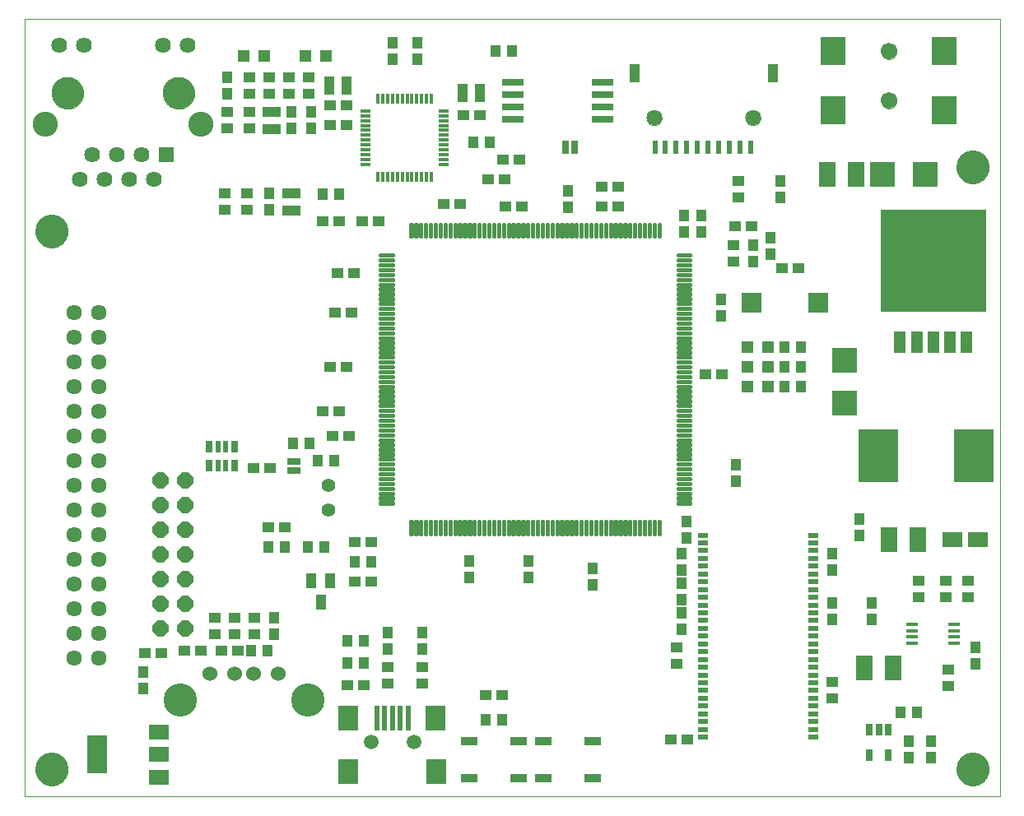
<source format=gts>
G75*
G70*
%OFA0B0*%
%FSLAX24Y24*%
%IPPOS*%
%LPD*%
%AMOC8*
5,1,8,0,0,1.08239X$1,22.5*
%
%ADD10C,0.0000*%
%ADD11R,0.0434X0.0127*%
%ADD12R,0.0127X0.0434*%
%ADD13R,0.0394X0.0197*%
%ADD14C,0.0560*%
%ADD15R,0.0827X0.1024*%
%ADD16R,0.0237X0.1024*%
%ADD17C,0.0594*%
%ADD18C,0.1340*%
%ADD19R,0.0434X0.0473*%
%ADD20R,0.0473X0.0434*%
%ADD21R,0.0540X0.0290*%
%ADD22R,0.0906X0.0276*%
%ADD23C,0.0124*%
%ADD24R,0.0290X0.0540*%
%ADD25R,0.0257X0.0512*%
%ADD26R,0.0240X0.0540*%
%ADD27R,0.0440X0.0740*%
%ADD28C,0.0640*%
%ADD29R,0.0741X0.0442*%
%ADD30R,0.0640X0.0640*%
%ADD31C,0.1300*%
%ADD32C,0.1015*%
%ADD33R,0.0512X0.0512*%
%ADD34R,0.0442X0.0741*%
%ADD35R,0.0213X0.0493*%
%ADD36R,0.0288X0.0493*%
%ADD37R,0.0690X0.0340*%
%ADD38R,0.0840X0.0840*%
%ADD39C,0.0634*%
%ADD40C,0.0600*%
%ADD41C,0.1350*%
%ADD42OC8,0.0640*%
%ADD43R,0.0434X0.0591*%
%ADD44R,0.0670X0.0985*%
%ADD45R,0.4292X0.4138*%
%ADD46R,0.0460X0.0890*%
%ADD47R,0.0985X0.0985*%
%ADD48R,0.0827X0.0631*%
%ADD49R,0.0512X0.0178*%
%ADD50C,0.0670*%
%ADD51R,0.0985X0.1142*%
%ADD52R,0.1615X0.2166*%
%ADD53R,0.0827X0.1536*%
D10*
X000131Y000443D02*
X000131Y031943D01*
X039631Y031943D01*
X039631Y000443D01*
X000131Y000443D01*
X000581Y001543D02*
X000583Y001593D01*
X000589Y001643D01*
X000599Y001693D01*
X000612Y001741D01*
X000629Y001789D01*
X000650Y001835D01*
X000674Y001879D01*
X000702Y001921D01*
X000733Y001961D01*
X000767Y001998D01*
X000804Y002033D01*
X000843Y002064D01*
X000884Y002093D01*
X000928Y002118D01*
X000974Y002140D01*
X001021Y002158D01*
X001069Y002172D01*
X001118Y002183D01*
X001168Y002190D01*
X001218Y002193D01*
X001269Y002192D01*
X001319Y002187D01*
X001369Y002178D01*
X001417Y002166D01*
X001465Y002149D01*
X001511Y002129D01*
X001556Y002106D01*
X001599Y002079D01*
X001639Y002049D01*
X001677Y002016D01*
X001712Y001980D01*
X001745Y001941D01*
X001774Y001900D01*
X001800Y001857D01*
X001823Y001812D01*
X001842Y001765D01*
X001857Y001717D01*
X001869Y001668D01*
X001877Y001618D01*
X001881Y001568D01*
X001881Y001518D01*
X001877Y001468D01*
X001869Y001418D01*
X001857Y001369D01*
X001842Y001321D01*
X001823Y001274D01*
X001800Y001229D01*
X001774Y001186D01*
X001745Y001145D01*
X001712Y001106D01*
X001677Y001070D01*
X001639Y001037D01*
X001599Y001007D01*
X001556Y000980D01*
X001511Y000957D01*
X001465Y000937D01*
X001417Y000920D01*
X001369Y000908D01*
X001319Y000899D01*
X001269Y000894D01*
X001218Y000893D01*
X001168Y000896D01*
X001118Y000903D01*
X001069Y000914D01*
X001021Y000928D01*
X000974Y000946D01*
X000928Y000968D01*
X000884Y000993D01*
X000843Y001022D01*
X000804Y001053D01*
X000767Y001088D01*
X000733Y001125D01*
X000702Y001165D01*
X000674Y001207D01*
X000650Y001251D01*
X000629Y001297D01*
X000612Y001345D01*
X000599Y001393D01*
X000589Y001443D01*
X000583Y001493D01*
X000581Y001543D01*
X000581Y023343D02*
X000583Y023393D01*
X000589Y023443D01*
X000599Y023493D01*
X000612Y023541D01*
X000629Y023589D01*
X000650Y023635D01*
X000674Y023679D01*
X000702Y023721D01*
X000733Y023761D01*
X000767Y023798D01*
X000804Y023833D01*
X000843Y023864D01*
X000884Y023893D01*
X000928Y023918D01*
X000974Y023940D01*
X001021Y023958D01*
X001069Y023972D01*
X001118Y023983D01*
X001168Y023990D01*
X001218Y023993D01*
X001269Y023992D01*
X001319Y023987D01*
X001369Y023978D01*
X001417Y023966D01*
X001465Y023949D01*
X001511Y023929D01*
X001556Y023906D01*
X001599Y023879D01*
X001639Y023849D01*
X001677Y023816D01*
X001712Y023780D01*
X001745Y023741D01*
X001774Y023700D01*
X001800Y023657D01*
X001823Y023612D01*
X001842Y023565D01*
X001857Y023517D01*
X001869Y023468D01*
X001877Y023418D01*
X001881Y023368D01*
X001881Y023318D01*
X001877Y023268D01*
X001869Y023218D01*
X001857Y023169D01*
X001842Y023121D01*
X001823Y023074D01*
X001800Y023029D01*
X001774Y022986D01*
X001745Y022945D01*
X001712Y022906D01*
X001677Y022870D01*
X001639Y022837D01*
X001599Y022807D01*
X001556Y022780D01*
X001511Y022757D01*
X001465Y022737D01*
X001417Y022720D01*
X001369Y022708D01*
X001319Y022699D01*
X001269Y022694D01*
X001218Y022693D01*
X001168Y022696D01*
X001118Y022703D01*
X001069Y022714D01*
X001021Y022728D01*
X000974Y022746D01*
X000928Y022768D01*
X000884Y022793D01*
X000843Y022822D01*
X000804Y022853D01*
X000767Y022888D01*
X000733Y022925D01*
X000702Y022965D01*
X000674Y023007D01*
X000650Y023051D01*
X000629Y023097D01*
X000612Y023145D01*
X000599Y023193D01*
X000589Y023243D01*
X000583Y023293D01*
X000581Y023343D01*
X001251Y028943D02*
X001253Y028993D01*
X001259Y029043D01*
X001269Y029092D01*
X001283Y029140D01*
X001300Y029187D01*
X001321Y029232D01*
X001346Y029276D01*
X001374Y029317D01*
X001406Y029356D01*
X001440Y029393D01*
X001477Y029427D01*
X001517Y029457D01*
X001559Y029484D01*
X001603Y029508D01*
X001649Y029529D01*
X001696Y029545D01*
X001744Y029558D01*
X001794Y029567D01*
X001843Y029572D01*
X001894Y029573D01*
X001944Y029570D01*
X001993Y029563D01*
X002042Y029552D01*
X002090Y029537D01*
X002136Y029519D01*
X002181Y029497D01*
X002224Y029471D01*
X002265Y029442D01*
X002304Y029410D01*
X002340Y029375D01*
X002372Y029337D01*
X002402Y029297D01*
X002429Y029254D01*
X002452Y029210D01*
X002471Y029164D01*
X002487Y029116D01*
X002499Y029067D01*
X002507Y029018D01*
X002511Y028968D01*
X002511Y028918D01*
X002507Y028868D01*
X002499Y028819D01*
X002487Y028770D01*
X002471Y028722D01*
X002452Y028676D01*
X002429Y028632D01*
X002402Y028589D01*
X002372Y028549D01*
X002340Y028511D01*
X002304Y028476D01*
X002265Y028444D01*
X002224Y028415D01*
X002181Y028389D01*
X002136Y028367D01*
X002090Y028349D01*
X002042Y028334D01*
X001993Y028323D01*
X001944Y028316D01*
X001894Y028313D01*
X001843Y028314D01*
X001794Y028319D01*
X001744Y028328D01*
X001696Y028341D01*
X001649Y028357D01*
X001603Y028378D01*
X001559Y028402D01*
X001517Y028429D01*
X001477Y028459D01*
X001440Y028493D01*
X001406Y028530D01*
X001374Y028569D01*
X001346Y028610D01*
X001321Y028654D01*
X001300Y028699D01*
X001283Y028746D01*
X001269Y028794D01*
X001259Y028843D01*
X001253Y028893D01*
X001251Y028943D01*
X005751Y028943D02*
X005753Y028993D01*
X005759Y029043D01*
X005769Y029092D01*
X005783Y029140D01*
X005800Y029187D01*
X005821Y029232D01*
X005846Y029276D01*
X005874Y029317D01*
X005906Y029356D01*
X005940Y029393D01*
X005977Y029427D01*
X006017Y029457D01*
X006059Y029484D01*
X006103Y029508D01*
X006149Y029529D01*
X006196Y029545D01*
X006244Y029558D01*
X006294Y029567D01*
X006343Y029572D01*
X006394Y029573D01*
X006444Y029570D01*
X006493Y029563D01*
X006542Y029552D01*
X006590Y029537D01*
X006636Y029519D01*
X006681Y029497D01*
X006724Y029471D01*
X006765Y029442D01*
X006804Y029410D01*
X006840Y029375D01*
X006872Y029337D01*
X006902Y029297D01*
X006929Y029254D01*
X006952Y029210D01*
X006971Y029164D01*
X006987Y029116D01*
X006999Y029067D01*
X007007Y029018D01*
X007011Y028968D01*
X007011Y028918D01*
X007007Y028868D01*
X006999Y028819D01*
X006987Y028770D01*
X006971Y028722D01*
X006952Y028676D01*
X006929Y028632D01*
X006902Y028589D01*
X006872Y028549D01*
X006840Y028511D01*
X006804Y028476D01*
X006765Y028444D01*
X006724Y028415D01*
X006681Y028389D01*
X006636Y028367D01*
X006590Y028349D01*
X006542Y028334D01*
X006493Y028323D01*
X006444Y028316D01*
X006394Y028313D01*
X006343Y028314D01*
X006294Y028319D01*
X006244Y028328D01*
X006196Y028341D01*
X006149Y028357D01*
X006103Y028378D01*
X006059Y028402D01*
X006017Y028429D01*
X005977Y028459D01*
X005940Y028493D01*
X005906Y028530D01*
X005874Y028569D01*
X005846Y028610D01*
X005821Y028654D01*
X005800Y028699D01*
X005783Y028746D01*
X005769Y028794D01*
X005759Y028843D01*
X005753Y028893D01*
X005751Y028943D01*
X025331Y027943D02*
X025333Y027977D01*
X025339Y028011D01*
X025348Y028044D01*
X025362Y028075D01*
X025379Y028105D01*
X025399Y028133D01*
X025422Y028158D01*
X025448Y028181D01*
X025476Y028200D01*
X025506Y028216D01*
X025538Y028228D01*
X025571Y028237D01*
X025605Y028242D01*
X025640Y028243D01*
X025674Y028240D01*
X025707Y028233D01*
X025740Y028223D01*
X025771Y028208D01*
X025800Y028191D01*
X025827Y028170D01*
X025852Y028146D01*
X025874Y028119D01*
X025892Y028091D01*
X025907Y028060D01*
X025919Y028028D01*
X025927Y027994D01*
X025931Y027960D01*
X025931Y027926D01*
X025927Y027892D01*
X025919Y027858D01*
X025907Y027826D01*
X025892Y027795D01*
X025874Y027767D01*
X025852Y027740D01*
X025827Y027716D01*
X025800Y027695D01*
X025771Y027678D01*
X025740Y027663D01*
X025707Y027653D01*
X025674Y027646D01*
X025640Y027643D01*
X025605Y027644D01*
X025571Y027649D01*
X025538Y027658D01*
X025506Y027670D01*
X025476Y027686D01*
X025448Y027705D01*
X025422Y027728D01*
X025399Y027753D01*
X025379Y027781D01*
X025362Y027811D01*
X025348Y027842D01*
X025339Y027875D01*
X025333Y027909D01*
X025331Y027943D01*
X029331Y027943D02*
X029333Y027977D01*
X029339Y028011D01*
X029348Y028044D01*
X029362Y028075D01*
X029379Y028105D01*
X029399Y028133D01*
X029422Y028158D01*
X029448Y028181D01*
X029476Y028200D01*
X029506Y028216D01*
X029538Y028228D01*
X029571Y028237D01*
X029605Y028242D01*
X029640Y028243D01*
X029674Y028240D01*
X029707Y028233D01*
X029740Y028223D01*
X029771Y028208D01*
X029800Y028191D01*
X029827Y028170D01*
X029852Y028146D01*
X029874Y028119D01*
X029892Y028091D01*
X029907Y028060D01*
X029919Y028028D01*
X029927Y027994D01*
X029931Y027960D01*
X029931Y027926D01*
X029927Y027892D01*
X029919Y027858D01*
X029907Y027826D01*
X029892Y027795D01*
X029874Y027767D01*
X029852Y027740D01*
X029827Y027716D01*
X029800Y027695D01*
X029771Y027678D01*
X029740Y027663D01*
X029707Y027653D01*
X029674Y027646D01*
X029640Y027643D01*
X029605Y027644D01*
X029571Y027649D01*
X029538Y027658D01*
X029506Y027670D01*
X029476Y027686D01*
X029448Y027705D01*
X029422Y027728D01*
X029399Y027753D01*
X029379Y027781D01*
X029362Y027811D01*
X029348Y027842D01*
X029339Y027875D01*
X029333Y027909D01*
X029331Y027943D01*
X034816Y028643D02*
X034818Y028678D01*
X034824Y028713D01*
X034834Y028747D01*
X034847Y028780D01*
X034864Y028811D01*
X034885Y028839D01*
X034908Y028866D01*
X034935Y028889D01*
X034963Y028910D01*
X034994Y028927D01*
X035027Y028940D01*
X035061Y028950D01*
X035096Y028956D01*
X035131Y028958D01*
X035166Y028956D01*
X035201Y028950D01*
X035235Y028940D01*
X035268Y028927D01*
X035299Y028910D01*
X035327Y028889D01*
X035354Y028866D01*
X035377Y028839D01*
X035398Y028811D01*
X035415Y028780D01*
X035428Y028747D01*
X035438Y028713D01*
X035444Y028678D01*
X035446Y028643D01*
X035444Y028608D01*
X035438Y028573D01*
X035428Y028539D01*
X035415Y028506D01*
X035398Y028475D01*
X035377Y028447D01*
X035354Y028420D01*
X035327Y028397D01*
X035299Y028376D01*
X035268Y028359D01*
X035235Y028346D01*
X035201Y028336D01*
X035166Y028330D01*
X035131Y028328D01*
X035096Y028330D01*
X035061Y028336D01*
X035027Y028346D01*
X034994Y028359D01*
X034963Y028376D01*
X034935Y028397D01*
X034908Y028420D01*
X034885Y028447D01*
X034864Y028475D01*
X034847Y028506D01*
X034834Y028539D01*
X034824Y028573D01*
X034818Y028608D01*
X034816Y028643D01*
X034816Y030643D02*
X034818Y030678D01*
X034824Y030713D01*
X034834Y030747D01*
X034847Y030780D01*
X034864Y030811D01*
X034885Y030839D01*
X034908Y030866D01*
X034935Y030889D01*
X034963Y030910D01*
X034994Y030927D01*
X035027Y030940D01*
X035061Y030950D01*
X035096Y030956D01*
X035131Y030958D01*
X035166Y030956D01*
X035201Y030950D01*
X035235Y030940D01*
X035268Y030927D01*
X035299Y030910D01*
X035327Y030889D01*
X035354Y030866D01*
X035377Y030839D01*
X035398Y030811D01*
X035415Y030780D01*
X035428Y030747D01*
X035438Y030713D01*
X035444Y030678D01*
X035446Y030643D01*
X035444Y030608D01*
X035438Y030573D01*
X035428Y030539D01*
X035415Y030506D01*
X035398Y030475D01*
X035377Y030447D01*
X035354Y030420D01*
X035327Y030397D01*
X035299Y030376D01*
X035268Y030359D01*
X035235Y030346D01*
X035201Y030336D01*
X035166Y030330D01*
X035131Y030328D01*
X035096Y030330D01*
X035061Y030336D01*
X035027Y030346D01*
X034994Y030359D01*
X034963Y030376D01*
X034935Y030397D01*
X034908Y030420D01*
X034885Y030447D01*
X034864Y030475D01*
X034847Y030506D01*
X034834Y030539D01*
X034824Y030573D01*
X034818Y030608D01*
X034816Y030643D01*
X037881Y025943D02*
X037883Y025993D01*
X037889Y026043D01*
X037899Y026093D01*
X037912Y026141D01*
X037929Y026189D01*
X037950Y026235D01*
X037974Y026279D01*
X038002Y026321D01*
X038033Y026361D01*
X038067Y026398D01*
X038104Y026433D01*
X038143Y026464D01*
X038184Y026493D01*
X038228Y026518D01*
X038274Y026540D01*
X038321Y026558D01*
X038369Y026572D01*
X038418Y026583D01*
X038468Y026590D01*
X038518Y026593D01*
X038569Y026592D01*
X038619Y026587D01*
X038669Y026578D01*
X038717Y026566D01*
X038765Y026549D01*
X038811Y026529D01*
X038856Y026506D01*
X038899Y026479D01*
X038939Y026449D01*
X038977Y026416D01*
X039012Y026380D01*
X039045Y026341D01*
X039074Y026300D01*
X039100Y026257D01*
X039123Y026212D01*
X039142Y026165D01*
X039157Y026117D01*
X039169Y026068D01*
X039177Y026018D01*
X039181Y025968D01*
X039181Y025918D01*
X039177Y025868D01*
X039169Y025818D01*
X039157Y025769D01*
X039142Y025721D01*
X039123Y025674D01*
X039100Y025629D01*
X039074Y025586D01*
X039045Y025545D01*
X039012Y025506D01*
X038977Y025470D01*
X038939Y025437D01*
X038899Y025407D01*
X038856Y025380D01*
X038811Y025357D01*
X038765Y025337D01*
X038717Y025320D01*
X038669Y025308D01*
X038619Y025299D01*
X038569Y025294D01*
X038518Y025293D01*
X038468Y025296D01*
X038418Y025303D01*
X038369Y025314D01*
X038321Y025328D01*
X038274Y025346D01*
X038228Y025368D01*
X038184Y025393D01*
X038143Y025422D01*
X038104Y025453D01*
X038067Y025488D01*
X038033Y025525D01*
X038002Y025565D01*
X037974Y025607D01*
X037950Y025651D01*
X037929Y025697D01*
X037912Y025745D01*
X037899Y025793D01*
X037889Y025843D01*
X037883Y025893D01*
X037881Y025943D01*
X037881Y001543D02*
X037883Y001593D01*
X037889Y001643D01*
X037899Y001693D01*
X037912Y001741D01*
X037929Y001789D01*
X037950Y001835D01*
X037974Y001879D01*
X038002Y001921D01*
X038033Y001961D01*
X038067Y001998D01*
X038104Y002033D01*
X038143Y002064D01*
X038184Y002093D01*
X038228Y002118D01*
X038274Y002140D01*
X038321Y002158D01*
X038369Y002172D01*
X038418Y002183D01*
X038468Y002190D01*
X038518Y002193D01*
X038569Y002192D01*
X038619Y002187D01*
X038669Y002178D01*
X038717Y002166D01*
X038765Y002149D01*
X038811Y002129D01*
X038856Y002106D01*
X038899Y002079D01*
X038939Y002049D01*
X038977Y002016D01*
X039012Y001980D01*
X039045Y001941D01*
X039074Y001900D01*
X039100Y001857D01*
X039123Y001812D01*
X039142Y001765D01*
X039157Y001717D01*
X039169Y001668D01*
X039177Y001618D01*
X039181Y001568D01*
X039181Y001518D01*
X039177Y001468D01*
X039169Y001418D01*
X039157Y001369D01*
X039142Y001321D01*
X039123Y001274D01*
X039100Y001229D01*
X039074Y001186D01*
X039045Y001145D01*
X039012Y001106D01*
X038977Y001070D01*
X038939Y001037D01*
X038899Y001007D01*
X038856Y000980D01*
X038811Y000957D01*
X038765Y000937D01*
X038717Y000920D01*
X038669Y000908D01*
X038619Y000899D01*
X038569Y000894D01*
X038518Y000893D01*
X038468Y000896D01*
X038418Y000903D01*
X038369Y000914D01*
X038321Y000928D01*
X038274Y000946D01*
X038228Y000968D01*
X038184Y000993D01*
X038143Y001022D01*
X038104Y001053D01*
X038067Y001088D01*
X038033Y001125D01*
X038002Y001165D01*
X037974Y001207D01*
X037950Y001251D01*
X037929Y001297D01*
X037912Y001345D01*
X037899Y001393D01*
X037889Y001443D01*
X037883Y001493D01*
X037881Y001543D01*
D11*
X017106Y026061D03*
X017106Y026258D03*
X017106Y026454D03*
X017106Y026651D03*
X017106Y026848D03*
X017106Y027045D03*
X017106Y027242D03*
X017106Y027439D03*
X017106Y027636D03*
X017106Y027832D03*
X017106Y028029D03*
X017106Y028226D03*
X013956Y028226D03*
X013956Y028029D03*
X013956Y027832D03*
X013956Y027636D03*
X013956Y027439D03*
X013956Y027242D03*
X013956Y027045D03*
X013956Y026848D03*
X013956Y026651D03*
X013956Y026454D03*
X013956Y026258D03*
X013956Y026061D03*
D12*
X014448Y025569D03*
X014645Y025569D03*
X014842Y025569D03*
X015039Y025569D03*
X015236Y025569D03*
X015433Y025569D03*
X015629Y025569D03*
X015826Y025569D03*
X016023Y025569D03*
X016220Y025569D03*
X016417Y025569D03*
X016614Y025569D03*
X016614Y028718D03*
X016417Y028718D03*
X016220Y028718D03*
X016023Y028718D03*
X015826Y028718D03*
X015629Y028718D03*
X015433Y028718D03*
X015236Y028718D03*
X015039Y028718D03*
X014842Y028718D03*
X014645Y028718D03*
X014448Y028718D03*
D13*
X027595Y011038D03*
X027595Y010723D03*
X027595Y010408D03*
X027595Y010093D03*
X027595Y009778D03*
X027595Y009463D03*
X027595Y009148D03*
X027595Y008833D03*
X027595Y008518D03*
X027595Y008203D03*
X027595Y007888D03*
X027595Y007573D03*
X027595Y007258D03*
X027595Y006943D03*
X027595Y006629D03*
X027595Y006314D03*
X027595Y005999D03*
X027595Y005684D03*
X027595Y005369D03*
X027595Y005054D03*
X027595Y004739D03*
X027595Y004424D03*
X027595Y004109D03*
X027595Y003794D03*
X027595Y003479D03*
X027595Y003164D03*
X027595Y002849D03*
X032067Y002849D03*
X032067Y003164D03*
X032067Y003479D03*
X032067Y003794D03*
X032067Y004109D03*
X032067Y004424D03*
X032067Y004739D03*
X032067Y005054D03*
X032067Y005369D03*
X032067Y005684D03*
X032067Y005999D03*
X032067Y006314D03*
X032067Y006629D03*
X032067Y006943D03*
X032067Y007258D03*
X032067Y007573D03*
X032067Y007888D03*
X032067Y008203D03*
X032067Y008518D03*
X032067Y008833D03*
X032067Y009148D03*
X032067Y009463D03*
X032067Y009778D03*
X032067Y010093D03*
X032067Y010408D03*
X032067Y010723D03*
X032067Y011038D03*
D14*
X012431Y012043D03*
X012431Y013043D03*
D15*
X013259Y003628D03*
X013259Y001462D03*
X016803Y001462D03*
X016763Y003628D03*
D16*
X015661Y003628D03*
X015346Y003628D03*
X015031Y003628D03*
X014716Y003628D03*
X014401Y003628D03*
D17*
X014165Y002643D03*
X015897Y002643D03*
D18*
X001231Y001543D03*
X001231Y023343D03*
X038531Y025943D03*
X038531Y001543D03*
D19*
X036831Y002009D03*
X036831Y002678D03*
X035931Y002678D03*
X035931Y002009D03*
X035596Y003843D03*
X036266Y003843D03*
X038631Y005809D03*
X038631Y006478D03*
X034431Y007609D03*
X034431Y008278D03*
X032831Y008278D03*
X032831Y007609D03*
X032831Y009609D03*
X032831Y010278D03*
X033931Y011009D03*
X033931Y011678D03*
X028931Y013209D03*
X028931Y013878D03*
X026931Y011578D03*
X026931Y010909D03*
X026731Y010278D03*
X026731Y009609D03*
X026731Y009078D03*
X026731Y008409D03*
X026731Y007878D03*
X026731Y007209D03*
X023131Y009009D03*
X023131Y009678D03*
X020531Y009978D03*
X020531Y009309D03*
X018131Y009309D03*
X018131Y009978D03*
X016231Y007078D03*
X016231Y006409D03*
X014831Y006409D03*
X014831Y007078D03*
X013866Y006743D03*
X013196Y006743D03*
X013196Y005843D03*
X013866Y005843D03*
X010231Y007009D03*
X010231Y007678D03*
X009966Y006343D03*
X009296Y006343D03*
X004931Y005478D03*
X004931Y004809D03*
X009996Y010543D03*
X010666Y010543D03*
X011596Y010543D03*
X012266Y010543D03*
X013496Y009943D03*
X014166Y009943D03*
X012666Y014043D03*
X011996Y014043D03*
X011666Y014743D03*
X010996Y014743D03*
X010031Y024209D03*
X010031Y024878D03*
X012196Y024843D03*
X012866Y024843D03*
X011731Y027509D03*
X011731Y028178D03*
X010931Y028178D03*
X010931Y027509D03*
X008331Y028909D03*
X008331Y029578D03*
X015031Y030309D03*
X015031Y030978D03*
X016031Y030978D03*
X016031Y030309D03*
X019196Y030643D03*
X019866Y030643D03*
X018966Y026943D03*
X018296Y026943D03*
X022131Y024978D03*
X022131Y024309D03*
X026831Y023978D03*
X026831Y023309D03*
X027531Y023309D03*
X027531Y023978D03*
X029631Y022778D03*
X029631Y022109D03*
X030331Y022409D03*
X030331Y023078D03*
X030731Y024709D03*
X030731Y025378D03*
X028331Y020578D03*
X028331Y019909D03*
X030896Y018643D03*
X031566Y018643D03*
X031566Y017843D03*
X030896Y017843D03*
X030896Y017043D03*
X031566Y017043D03*
X019466Y003543D03*
X018796Y003543D03*
D20*
X018796Y004543D03*
X019466Y004543D03*
X016231Y005009D03*
X016231Y005678D03*
X014831Y005678D03*
X014831Y005009D03*
X013866Y004943D03*
X013196Y004943D03*
X009431Y007009D03*
X009431Y007678D03*
X008631Y007678D03*
X008631Y007009D03*
X008766Y006343D03*
X008096Y006343D03*
X007831Y007009D03*
X007831Y007678D03*
X007266Y006343D03*
X006596Y006343D03*
X005666Y006243D03*
X004996Y006243D03*
X009996Y011343D03*
X010666Y011343D03*
X010066Y013743D03*
X009396Y013743D03*
X012196Y016043D03*
X012866Y016043D03*
X012596Y015043D03*
X013266Y015043D03*
X013166Y017843D03*
X012496Y017843D03*
X012696Y020043D03*
X013366Y020043D03*
X013466Y021643D03*
X012796Y021643D03*
X012866Y023743D03*
X012196Y023743D03*
X013796Y023743D03*
X014466Y023743D03*
X017096Y024443D03*
X017766Y024443D03*
X018896Y025443D03*
X019566Y025443D03*
X019496Y026243D03*
X020166Y026243D03*
X020266Y024343D03*
X019596Y024343D03*
X018566Y028043D03*
X017896Y028043D03*
X013166Y027643D03*
X012496Y027643D03*
X012496Y028443D03*
X013166Y028443D03*
X011631Y028909D03*
X011631Y029578D03*
X010831Y029578D03*
X010831Y028909D03*
X010031Y028909D03*
X010031Y029578D03*
X009231Y029578D03*
X009231Y028909D03*
X009231Y028178D03*
X009231Y027509D03*
X008331Y027509D03*
X008331Y028178D03*
X008231Y024878D03*
X008231Y024209D03*
X009131Y024209D03*
X009131Y024878D03*
X023496Y025143D03*
X024166Y025143D03*
X024166Y024343D03*
X023496Y024343D03*
X028896Y023543D03*
X029566Y023543D03*
X028831Y022778D03*
X028831Y022109D03*
X030796Y021843D03*
X031466Y021843D03*
X029031Y024709D03*
X029031Y025378D03*
X028366Y017543D03*
X027696Y017543D03*
X036331Y009178D03*
X036331Y008509D03*
X037431Y008509D03*
X037431Y009178D03*
X038331Y009178D03*
X038331Y008509D03*
X037531Y005578D03*
X037531Y004909D03*
X032831Y005078D03*
X032831Y004409D03*
X026966Y002743D03*
X026296Y002743D03*
X026531Y005809D03*
X026531Y006478D03*
X014166Y009143D03*
X013496Y009143D03*
X013496Y010743D03*
X014166Y010743D03*
D21*
X011031Y013666D03*
X011031Y014021D03*
D22*
X019920Y027893D03*
X019920Y028393D03*
X019920Y028893D03*
X019920Y029393D03*
X023542Y029393D03*
X023542Y028893D03*
X023542Y028393D03*
X023542Y027893D03*
D23*
X023510Y023114D02*
X023468Y023114D01*
X023468Y023620D01*
X023510Y023620D01*
X023510Y023114D01*
X023510Y023237D02*
X023468Y023237D01*
X023468Y023360D02*
X023510Y023360D01*
X023510Y023483D02*
X023468Y023483D01*
X023468Y023606D02*
X023510Y023606D01*
X023664Y023114D02*
X023706Y023114D01*
X023664Y023114D02*
X023664Y023620D01*
X023706Y023620D01*
X023706Y023114D01*
X023706Y023237D02*
X023664Y023237D01*
X023664Y023360D02*
X023706Y023360D01*
X023706Y023483D02*
X023664Y023483D01*
X023664Y023606D02*
X023706Y023606D01*
X023861Y023114D02*
X023903Y023114D01*
X023861Y023114D02*
X023861Y023620D01*
X023903Y023620D01*
X023903Y023114D01*
X023903Y023237D02*
X023861Y023237D01*
X023861Y023360D02*
X023903Y023360D01*
X023903Y023483D02*
X023861Y023483D01*
X023861Y023606D02*
X023903Y023606D01*
X024058Y023114D02*
X024100Y023114D01*
X024058Y023114D02*
X024058Y023620D01*
X024100Y023620D01*
X024100Y023114D01*
X024100Y023237D02*
X024058Y023237D01*
X024058Y023360D02*
X024100Y023360D01*
X024100Y023483D02*
X024058Y023483D01*
X024058Y023606D02*
X024100Y023606D01*
X024255Y023114D02*
X024297Y023114D01*
X024255Y023114D02*
X024255Y023620D01*
X024297Y023620D01*
X024297Y023114D01*
X024297Y023237D02*
X024255Y023237D01*
X024255Y023360D02*
X024297Y023360D01*
X024297Y023483D02*
X024255Y023483D01*
X024255Y023606D02*
X024297Y023606D01*
X024452Y023114D02*
X024494Y023114D01*
X024452Y023114D02*
X024452Y023620D01*
X024494Y023620D01*
X024494Y023114D01*
X024494Y023237D02*
X024452Y023237D01*
X024452Y023360D02*
X024494Y023360D01*
X024494Y023483D02*
X024452Y023483D01*
X024452Y023606D02*
X024494Y023606D01*
X024649Y023114D02*
X024691Y023114D01*
X024649Y023114D02*
X024649Y023620D01*
X024691Y023620D01*
X024691Y023114D01*
X024691Y023237D02*
X024649Y023237D01*
X024649Y023360D02*
X024691Y023360D01*
X024691Y023483D02*
X024649Y023483D01*
X024649Y023606D02*
X024691Y023606D01*
X024845Y023114D02*
X024887Y023114D01*
X024845Y023114D02*
X024845Y023620D01*
X024887Y023620D01*
X024887Y023114D01*
X024887Y023237D02*
X024845Y023237D01*
X024845Y023360D02*
X024887Y023360D01*
X024887Y023483D02*
X024845Y023483D01*
X024845Y023606D02*
X024887Y023606D01*
X025042Y023114D02*
X025084Y023114D01*
X025042Y023114D02*
X025042Y023620D01*
X025084Y023620D01*
X025084Y023114D01*
X025084Y023237D02*
X025042Y023237D01*
X025042Y023360D02*
X025084Y023360D01*
X025084Y023483D02*
X025042Y023483D01*
X025042Y023606D02*
X025084Y023606D01*
X025239Y023114D02*
X025281Y023114D01*
X025239Y023114D02*
X025239Y023620D01*
X025281Y023620D01*
X025281Y023114D01*
X025281Y023237D02*
X025239Y023237D01*
X025239Y023360D02*
X025281Y023360D01*
X025281Y023483D02*
X025239Y023483D01*
X025239Y023606D02*
X025281Y023606D01*
X025436Y023114D02*
X025478Y023114D01*
X025436Y023114D02*
X025436Y023620D01*
X025478Y023620D01*
X025478Y023114D01*
X025478Y023237D02*
X025436Y023237D01*
X025436Y023360D02*
X025478Y023360D01*
X025478Y023483D02*
X025436Y023483D01*
X025436Y023606D02*
X025478Y023606D01*
X025633Y023114D02*
X025675Y023114D01*
X025633Y023114D02*
X025633Y023620D01*
X025675Y023620D01*
X025675Y023114D01*
X025675Y023237D02*
X025633Y023237D01*
X025633Y023360D02*
X025675Y023360D01*
X025675Y023483D02*
X025633Y023483D01*
X025633Y023606D02*
X025675Y023606D01*
X025830Y023114D02*
X025872Y023114D01*
X025830Y023114D02*
X025830Y023620D01*
X025872Y023620D01*
X025872Y023114D01*
X025872Y023237D02*
X025830Y023237D01*
X025830Y023360D02*
X025872Y023360D01*
X025872Y023483D02*
X025830Y023483D01*
X025830Y023606D02*
X025872Y023606D01*
X026602Y022342D02*
X027108Y022342D01*
X026602Y022342D02*
X026602Y022384D01*
X027108Y022384D01*
X027108Y022342D01*
X027108Y022145D02*
X026602Y022145D01*
X026602Y022187D01*
X027108Y022187D01*
X027108Y022145D01*
X027108Y021948D02*
X026602Y021948D01*
X026602Y021990D01*
X027108Y021990D01*
X027108Y021948D01*
X027108Y021752D02*
X026602Y021752D01*
X026602Y021794D01*
X027108Y021794D01*
X027108Y021752D01*
X027108Y021555D02*
X026602Y021555D01*
X026602Y021597D01*
X027108Y021597D01*
X027108Y021555D01*
X027108Y021358D02*
X026602Y021358D01*
X026602Y021400D01*
X027108Y021400D01*
X027108Y021358D01*
X027108Y021161D02*
X026602Y021161D01*
X026602Y021203D01*
X027108Y021203D01*
X027108Y021161D01*
X027108Y020964D02*
X026602Y020964D01*
X026602Y021006D01*
X027108Y021006D01*
X027108Y020964D01*
X027108Y020767D02*
X026602Y020767D01*
X026602Y020809D01*
X027108Y020809D01*
X027108Y020767D01*
X027108Y020570D02*
X026602Y020570D01*
X026602Y020612D01*
X027108Y020612D01*
X027108Y020570D01*
X027108Y020374D02*
X026602Y020374D01*
X026602Y020416D01*
X027108Y020416D01*
X027108Y020374D01*
X027108Y020177D02*
X026602Y020177D01*
X026602Y020219D01*
X027108Y020219D01*
X027108Y020177D01*
X027108Y019980D02*
X026602Y019980D01*
X026602Y020022D01*
X027108Y020022D01*
X027108Y019980D01*
X027108Y019783D02*
X026602Y019783D01*
X026602Y019825D01*
X027108Y019825D01*
X027108Y019783D01*
X027108Y019586D02*
X026602Y019586D01*
X026602Y019628D01*
X027108Y019628D01*
X027108Y019586D01*
X027108Y019389D02*
X026602Y019389D01*
X026602Y019431D01*
X027108Y019431D01*
X027108Y019389D01*
X027108Y019193D02*
X026602Y019193D01*
X026602Y019235D01*
X027108Y019235D01*
X027108Y019193D01*
X027108Y018996D02*
X026602Y018996D01*
X026602Y019038D01*
X027108Y019038D01*
X027108Y018996D01*
X027108Y018799D02*
X026602Y018799D01*
X026602Y018841D01*
X027108Y018841D01*
X027108Y018799D01*
X027108Y018602D02*
X026602Y018602D01*
X026602Y018644D01*
X027108Y018644D01*
X027108Y018602D01*
X027108Y018405D02*
X026602Y018405D01*
X026602Y018447D01*
X027108Y018447D01*
X027108Y018405D01*
X027108Y018208D02*
X026602Y018208D01*
X026602Y018250D01*
X027108Y018250D01*
X027108Y018208D01*
X027108Y018011D02*
X026602Y018011D01*
X026602Y018053D01*
X027108Y018053D01*
X027108Y018011D01*
X027108Y017815D02*
X026602Y017815D01*
X026602Y017857D01*
X027108Y017857D01*
X027108Y017815D01*
X027108Y017618D02*
X026602Y017618D01*
X026602Y017660D01*
X027108Y017660D01*
X027108Y017618D01*
X027108Y017421D02*
X026602Y017421D01*
X026602Y017463D01*
X027108Y017463D01*
X027108Y017421D01*
X027108Y017224D02*
X026602Y017224D01*
X026602Y017266D01*
X027108Y017266D01*
X027108Y017224D01*
X027108Y017027D02*
X026602Y017027D01*
X026602Y017069D01*
X027108Y017069D01*
X027108Y017027D01*
X027108Y016830D02*
X026602Y016830D01*
X026602Y016872D01*
X027108Y016872D01*
X027108Y016830D01*
X027108Y016633D02*
X026602Y016633D01*
X026602Y016675D01*
X027108Y016675D01*
X027108Y016633D01*
X027108Y016437D02*
X026602Y016437D01*
X026602Y016479D01*
X027108Y016479D01*
X027108Y016437D01*
X027108Y016240D02*
X026602Y016240D01*
X026602Y016282D01*
X027108Y016282D01*
X027108Y016240D01*
X027108Y016043D02*
X026602Y016043D01*
X026602Y016085D01*
X027108Y016085D01*
X027108Y016043D01*
X027108Y015846D02*
X026602Y015846D01*
X026602Y015888D01*
X027108Y015888D01*
X027108Y015846D01*
X027108Y015649D02*
X026602Y015649D01*
X026602Y015691D01*
X027108Y015691D01*
X027108Y015649D01*
X027108Y015452D02*
X026602Y015452D01*
X026602Y015494D01*
X027108Y015494D01*
X027108Y015452D01*
X027108Y015256D02*
X026602Y015256D01*
X026602Y015298D01*
X027108Y015298D01*
X027108Y015256D01*
X027108Y015059D02*
X026602Y015059D01*
X026602Y015101D01*
X027108Y015101D01*
X027108Y015059D01*
X027108Y014862D02*
X026602Y014862D01*
X026602Y014904D01*
X027108Y014904D01*
X027108Y014862D01*
X027108Y014665D02*
X026602Y014665D01*
X026602Y014707D01*
X027108Y014707D01*
X027108Y014665D01*
X027108Y014468D02*
X026602Y014468D01*
X026602Y014510D01*
X027108Y014510D01*
X027108Y014468D01*
X027108Y014271D02*
X026602Y014271D01*
X026602Y014313D01*
X027108Y014313D01*
X027108Y014271D01*
X027108Y014074D02*
X026602Y014074D01*
X026602Y014116D01*
X027108Y014116D01*
X027108Y014074D01*
X027108Y013878D02*
X026602Y013878D01*
X026602Y013920D01*
X027108Y013920D01*
X027108Y013878D01*
X027108Y013681D02*
X026602Y013681D01*
X026602Y013723D01*
X027108Y013723D01*
X027108Y013681D01*
X027108Y013484D02*
X026602Y013484D01*
X026602Y013526D01*
X027108Y013526D01*
X027108Y013484D01*
X027108Y013287D02*
X026602Y013287D01*
X026602Y013329D01*
X027108Y013329D01*
X027108Y013287D01*
X027108Y013090D02*
X026602Y013090D01*
X026602Y013132D01*
X027108Y013132D01*
X027108Y013090D01*
X027108Y012893D02*
X026602Y012893D01*
X026602Y012935D01*
X027108Y012935D01*
X027108Y012893D01*
X027108Y012696D02*
X026602Y012696D01*
X026602Y012738D01*
X027108Y012738D01*
X027108Y012696D01*
X027108Y012500D02*
X026602Y012500D01*
X026602Y012542D01*
X027108Y012542D01*
X027108Y012500D01*
X027108Y012303D02*
X026602Y012303D01*
X026602Y012345D01*
X027108Y012345D01*
X027108Y012303D01*
X025872Y011067D02*
X025830Y011067D01*
X025830Y011573D01*
X025872Y011573D01*
X025872Y011067D01*
X025872Y011190D02*
X025830Y011190D01*
X025830Y011313D02*
X025872Y011313D01*
X025872Y011436D02*
X025830Y011436D01*
X025830Y011559D02*
X025872Y011559D01*
X025675Y011067D02*
X025633Y011067D01*
X025633Y011573D01*
X025675Y011573D01*
X025675Y011067D01*
X025675Y011190D02*
X025633Y011190D01*
X025633Y011313D02*
X025675Y011313D01*
X025675Y011436D02*
X025633Y011436D01*
X025633Y011559D02*
X025675Y011559D01*
X025478Y011067D02*
X025436Y011067D01*
X025436Y011573D01*
X025478Y011573D01*
X025478Y011067D01*
X025478Y011190D02*
X025436Y011190D01*
X025436Y011313D02*
X025478Y011313D01*
X025478Y011436D02*
X025436Y011436D01*
X025436Y011559D02*
X025478Y011559D01*
X025281Y011067D02*
X025239Y011067D01*
X025239Y011573D01*
X025281Y011573D01*
X025281Y011067D01*
X025281Y011190D02*
X025239Y011190D01*
X025239Y011313D02*
X025281Y011313D01*
X025281Y011436D02*
X025239Y011436D01*
X025239Y011559D02*
X025281Y011559D01*
X025084Y011067D02*
X025042Y011067D01*
X025042Y011573D01*
X025084Y011573D01*
X025084Y011067D01*
X025084Y011190D02*
X025042Y011190D01*
X025042Y011313D02*
X025084Y011313D01*
X025084Y011436D02*
X025042Y011436D01*
X025042Y011559D02*
X025084Y011559D01*
X024887Y011067D02*
X024845Y011067D01*
X024845Y011573D01*
X024887Y011573D01*
X024887Y011067D01*
X024887Y011190D02*
X024845Y011190D01*
X024845Y011313D02*
X024887Y011313D01*
X024887Y011436D02*
X024845Y011436D01*
X024845Y011559D02*
X024887Y011559D01*
X024691Y011067D02*
X024649Y011067D01*
X024649Y011573D01*
X024691Y011573D01*
X024691Y011067D01*
X024691Y011190D02*
X024649Y011190D01*
X024649Y011313D02*
X024691Y011313D01*
X024691Y011436D02*
X024649Y011436D01*
X024649Y011559D02*
X024691Y011559D01*
X024494Y011067D02*
X024452Y011067D01*
X024452Y011573D01*
X024494Y011573D01*
X024494Y011067D01*
X024494Y011190D02*
X024452Y011190D01*
X024452Y011313D02*
X024494Y011313D01*
X024494Y011436D02*
X024452Y011436D01*
X024452Y011559D02*
X024494Y011559D01*
X024297Y011067D02*
X024255Y011067D01*
X024255Y011573D01*
X024297Y011573D01*
X024297Y011067D01*
X024297Y011190D02*
X024255Y011190D01*
X024255Y011313D02*
X024297Y011313D01*
X024297Y011436D02*
X024255Y011436D01*
X024255Y011559D02*
X024297Y011559D01*
X024100Y011067D02*
X024058Y011067D01*
X024058Y011573D01*
X024100Y011573D01*
X024100Y011067D01*
X024100Y011190D02*
X024058Y011190D01*
X024058Y011313D02*
X024100Y011313D01*
X024100Y011436D02*
X024058Y011436D01*
X024058Y011559D02*
X024100Y011559D01*
X023903Y011067D02*
X023861Y011067D01*
X023861Y011573D01*
X023903Y011573D01*
X023903Y011067D01*
X023903Y011190D02*
X023861Y011190D01*
X023861Y011313D02*
X023903Y011313D01*
X023903Y011436D02*
X023861Y011436D01*
X023861Y011559D02*
X023903Y011559D01*
X023706Y011067D02*
X023664Y011067D01*
X023664Y011573D01*
X023706Y011573D01*
X023706Y011067D01*
X023706Y011190D02*
X023664Y011190D01*
X023664Y011313D02*
X023706Y011313D01*
X023706Y011436D02*
X023664Y011436D01*
X023664Y011559D02*
X023706Y011559D01*
X023510Y011067D02*
X023468Y011067D01*
X023468Y011573D01*
X023510Y011573D01*
X023510Y011067D01*
X023510Y011190D02*
X023468Y011190D01*
X023468Y011313D02*
X023510Y011313D01*
X023510Y011436D02*
X023468Y011436D01*
X023468Y011559D02*
X023510Y011559D01*
X023313Y011067D02*
X023271Y011067D01*
X023271Y011573D01*
X023313Y011573D01*
X023313Y011067D01*
X023313Y011190D02*
X023271Y011190D01*
X023271Y011313D02*
X023313Y011313D01*
X023313Y011436D02*
X023271Y011436D01*
X023271Y011559D02*
X023313Y011559D01*
X023116Y011067D02*
X023074Y011067D01*
X023074Y011573D01*
X023116Y011573D01*
X023116Y011067D01*
X023116Y011190D02*
X023074Y011190D01*
X023074Y011313D02*
X023116Y011313D01*
X023116Y011436D02*
X023074Y011436D01*
X023074Y011559D02*
X023116Y011559D01*
X022919Y011067D02*
X022877Y011067D01*
X022877Y011573D01*
X022919Y011573D01*
X022919Y011067D01*
X022919Y011190D02*
X022877Y011190D01*
X022877Y011313D02*
X022919Y011313D01*
X022919Y011436D02*
X022877Y011436D01*
X022877Y011559D02*
X022919Y011559D01*
X022722Y011067D02*
X022680Y011067D01*
X022680Y011573D01*
X022722Y011573D01*
X022722Y011067D01*
X022722Y011190D02*
X022680Y011190D01*
X022680Y011313D02*
X022722Y011313D01*
X022722Y011436D02*
X022680Y011436D01*
X022680Y011559D02*
X022722Y011559D01*
X022525Y011067D02*
X022483Y011067D01*
X022483Y011573D01*
X022525Y011573D01*
X022525Y011067D01*
X022525Y011190D02*
X022483Y011190D01*
X022483Y011313D02*
X022525Y011313D01*
X022525Y011436D02*
X022483Y011436D01*
X022483Y011559D02*
X022525Y011559D01*
X022328Y011067D02*
X022286Y011067D01*
X022286Y011573D01*
X022328Y011573D01*
X022328Y011067D01*
X022328Y011190D02*
X022286Y011190D01*
X022286Y011313D02*
X022328Y011313D01*
X022328Y011436D02*
X022286Y011436D01*
X022286Y011559D02*
X022328Y011559D01*
X022132Y011067D02*
X022090Y011067D01*
X022090Y011573D01*
X022132Y011573D01*
X022132Y011067D01*
X022132Y011190D02*
X022090Y011190D01*
X022090Y011313D02*
X022132Y011313D01*
X022132Y011436D02*
X022090Y011436D01*
X022090Y011559D02*
X022132Y011559D01*
X021935Y011067D02*
X021893Y011067D01*
X021893Y011573D01*
X021935Y011573D01*
X021935Y011067D01*
X021935Y011190D02*
X021893Y011190D01*
X021893Y011313D02*
X021935Y011313D01*
X021935Y011436D02*
X021893Y011436D01*
X021893Y011559D02*
X021935Y011559D01*
X021738Y011067D02*
X021696Y011067D01*
X021696Y011573D01*
X021738Y011573D01*
X021738Y011067D01*
X021738Y011190D02*
X021696Y011190D01*
X021696Y011313D02*
X021738Y011313D01*
X021738Y011436D02*
X021696Y011436D01*
X021696Y011559D02*
X021738Y011559D01*
X021541Y011067D02*
X021499Y011067D01*
X021499Y011573D01*
X021541Y011573D01*
X021541Y011067D01*
X021541Y011190D02*
X021499Y011190D01*
X021499Y011313D02*
X021541Y011313D01*
X021541Y011436D02*
X021499Y011436D01*
X021499Y011559D02*
X021541Y011559D01*
X021344Y011067D02*
X021302Y011067D01*
X021302Y011573D01*
X021344Y011573D01*
X021344Y011067D01*
X021344Y011190D02*
X021302Y011190D01*
X021302Y011313D02*
X021344Y011313D01*
X021344Y011436D02*
X021302Y011436D01*
X021302Y011559D02*
X021344Y011559D01*
X021147Y011067D02*
X021105Y011067D01*
X021105Y011573D01*
X021147Y011573D01*
X021147Y011067D01*
X021147Y011190D02*
X021105Y011190D01*
X021105Y011313D02*
X021147Y011313D01*
X021147Y011436D02*
X021105Y011436D01*
X021105Y011559D02*
X021147Y011559D01*
X020950Y011067D02*
X020908Y011067D01*
X020908Y011573D01*
X020950Y011573D01*
X020950Y011067D01*
X020950Y011190D02*
X020908Y011190D01*
X020908Y011313D02*
X020950Y011313D01*
X020950Y011436D02*
X020908Y011436D01*
X020908Y011559D02*
X020950Y011559D01*
X020754Y011067D02*
X020712Y011067D01*
X020712Y011573D01*
X020754Y011573D01*
X020754Y011067D01*
X020754Y011190D02*
X020712Y011190D01*
X020712Y011313D02*
X020754Y011313D01*
X020754Y011436D02*
X020712Y011436D01*
X020712Y011559D02*
X020754Y011559D01*
X020557Y011067D02*
X020515Y011067D01*
X020515Y011573D01*
X020557Y011573D01*
X020557Y011067D01*
X020557Y011190D02*
X020515Y011190D01*
X020515Y011313D02*
X020557Y011313D01*
X020557Y011436D02*
X020515Y011436D01*
X020515Y011559D02*
X020557Y011559D01*
X020360Y011067D02*
X020318Y011067D01*
X020318Y011573D01*
X020360Y011573D01*
X020360Y011067D01*
X020360Y011190D02*
X020318Y011190D01*
X020318Y011313D02*
X020360Y011313D01*
X020360Y011436D02*
X020318Y011436D01*
X020318Y011559D02*
X020360Y011559D01*
X020163Y011067D02*
X020121Y011067D01*
X020121Y011573D01*
X020163Y011573D01*
X020163Y011067D01*
X020163Y011190D02*
X020121Y011190D01*
X020121Y011313D02*
X020163Y011313D01*
X020163Y011436D02*
X020121Y011436D01*
X020121Y011559D02*
X020163Y011559D01*
X019966Y011067D02*
X019924Y011067D01*
X019924Y011573D01*
X019966Y011573D01*
X019966Y011067D01*
X019966Y011190D02*
X019924Y011190D01*
X019924Y011313D02*
X019966Y011313D01*
X019966Y011436D02*
X019924Y011436D01*
X019924Y011559D02*
X019966Y011559D01*
X019769Y011067D02*
X019727Y011067D01*
X019727Y011573D01*
X019769Y011573D01*
X019769Y011067D01*
X019769Y011190D02*
X019727Y011190D01*
X019727Y011313D02*
X019769Y011313D01*
X019769Y011436D02*
X019727Y011436D01*
X019727Y011559D02*
X019769Y011559D01*
X019572Y011067D02*
X019530Y011067D01*
X019530Y011573D01*
X019572Y011573D01*
X019572Y011067D01*
X019572Y011190D02*
X019530Y011190D01*
X019530Y011313D02*
X019572Y011313D01*
X019572Y011436D02*
X019530Y011436D01*
X019530Y011559D02*
X019572Y011559D01*
X019376Y011067D02*
X019334Y011067D01*
X019334Y011573D01*
X019376Y011573D01*
X019376Y011067D01*
X019376Y011190D02*
X019334Y011190D01*
X019334Y011313D02*
X019376Y011313D01*
X019376Y011436D02*
X019334Y011436D01*
X019334Y011559D02*
X019376Y011559D01*
X019179Y011067D02*
X019137Y011067D01*
X019137Y011573D01*
X019179Y011573D01*
X019179Y011067D01*
X019179Y011190D02*
X019137Y011190D01*
X019137Y011313D02*
X019179Y011313D01*
X019179Y011436D02*
X019137Y011436D01*
X019137Y011559D02*
X019179Y011559D01*
X018982Y011067D02*
X018940Y011067D01*
X018940Y011573D01*
X018982Y011573D01*
X018982Y011067D01*
X018982Y011190D02*
X018940Y011190D01*
X018940Y011313D02*
X018982Y011313D01*
X018982Y011436D02*
X018940Y011436D01*
X018940Y011559D02*
X018982Y011559D01*
X018785Y011067D02*
X018743Y011067D01*
X018743Y011573D01*
X018785Y011573D01*
X018785Y011067D01*
X018785Y011190D02*
X018743Y011190D01*
X018743Y011313D02*
X018785Y011313D01*
X018785Y011436D02*
X018743Y011436D01*
X018743Y011559D02*
X018785Y011559D01*
X018588Y011067D02*
X018546Y011067D01*
X018546Y011573D01*
X018588Y011573D01*
X018588Y011067D01*
X018588Y011190D02*
X018546Y011190D01*
X018546Y011313D02*
X018588Y011313D01*
X018588Y011436D02*
X018546Y011436D01*
X018546Y011559D02*
X018588Y011559D01*
X018391Y011067D02*
X018349Y011067D01*
X018349Y011573D01*
X018391Y011573D01*
X018391Y011067D01*
X018391Y011190D02*
X018349Y011190D01*
X018349Y011313D02*
X018391Y011313D01*
X018391Y011436D02*
X018349Y011436D01*
X018349Y011559D02*
X018391Y011559D01*
X018195Y011067D02*
X018153Y011067D01*
X018153Y011573D01*
X018195Y011573D01*
X018195Y011067D01*
X018195Y011190D02*
X018153Y011190D01*
X018153Y011313D02*
X018195Y011313D01*
X018195Y011436D02*
X018153Y011436D01*
X018153Y011559D02*
X018195Y011559D01*
X017998Y011067D02*
X017956Y011067D01*
X017956Y011573D01*
X017998Y011573D01*
X017998Y011067D01*
X017998Y011190D02*
X017956Y011190D01*
X017956Y011313D02*
X017998Y011313D01*
X017998Y011436D02*
X017956Y011436D01*
X017956Y011559D02*
X017998Y011559D01*
X017801Y011067D02*
X017759Y011067D01*
X017759Y011573D01*
X017801Y011573D01*
X017801Y011067D01*
X017801Y011190D02*
X017759Y011190D01*
X017759Y011313D02*
X017801Y011313D01*
X017801Y011436D02*
X017759Y011436D01*
X017759Y011559D02*
X017801Y011559D01*
X017604Y011067D02*
X017562Y011067D01*
X017562Y011573D01*
X017604Y011573D01*
X017604Y011067D01*
X017604Y011190D02*
X017562Y011190D01*
X017562Y011313D02*
X017604Y011313D01*
X017604Y011436D02*
X017562Y011436D01*
X017562Y011559D02*
X017604Y011559D01*
X017407Y011067D02*
X017365Y011067D01*
X017365Y011573D01*
X017407Y011573D01*
X017407Y011067D01*
X017407Y011190D02*
X017365Y011190D01*
X017365Y011313D02*
X017407Y011313D01*
X017407Y011436D02*
X017365Y011436D01*
X017365Y011559D02*
X017407Y011559D01*
X017210Y011067D02*
X017168Y011067D01*
X017168Y011573D01*
X017210Y011573D01*
X017210Y011067D01*
X017210Y011190D02*
X017168Y011190D01*
X017168Y011313D02*
X017210Y011313D01*
X017210Y011436D02*
X017168Y011436D01*
X017168Y011559D02*
X017210Y011559D01*
X017013Y011067D02*
X016971Y011067D01*
X016971Y011573D01*
X017013Y011573D01*
X017013Y011067D01*
X017013Y011190D02*
X016971Y011190D01*
X016971Y011313D02*
X017013Y011313D01*
X017013Y011436D02*
X016971Y011436D01*
X016971Y011559D02*
X017013Y011559D01*
X016817Y011067D02*
X016775Y011067D01*
X016775Y011573D01*
X016817Y011573D01*
X016817Y011067D01*
X016817Y011190D02*
X016775Y011190D01*
X016775Y011313D02*
X016817Y011313D01*
X016817Y011436D02*
X016775Y011436D01*
X016775Y011559D02*
X016817Y011559D01*
X016620Y011067D02*
X016578Y011067D01*
X016578Y011573D01*
X016620Y011573D01*
X016620Y011067D01*
X016620Y011190D02*
X016578Y011190D01*
X016578Y011313D02*
X016620Y011313D01*
X016620Y011436D02*
X016578Y011436D01*
X016578Y011559D02*
X016620Y011559D01*
X016423Y011067D02*
X016381Y011067D01*
X016381Y011573D01*
X016423Y011573D01*
X016423Y011067D01*
X016423Y011190D02*
X016381Y011190D01*
X016381Y011313D02*
X016423Y011313D01*
X016423Y011436D02*
X016381Y011436D01*
X016381Y011559D02*
X016423Y011559D01*
X016226Y011067D02*
X016184Y011067D01*
X016184Y011573D01*
X016226Y011573D01*
X016226Y011067D01*
X016226Y011190D02*
X016184Y011190D01*
X016184Y011313D02*
X016226Y011313D01*
X016226Y011436D02*
X016184Y011436D01*
X016184Y011559D02*
X016226Y011559D01*
X016029Y011067D02*
X015987Y011067D01*
X015987Y011573D01*
X016029Y011573D01*
X016029Y011067D01*
X016029Y011190D02*
X015987Y011190D01*
X015987Y011313D02*
X016029Y011313D01*
X016029Y011436D02*
X015987Y011436D01*
X015987Y011559D02*
X016029Y011559D01*
X015832Y011067D02*
X015790Y011067D01*
X015790Y011573D01*
X015832Y011573D01*
X015832Y011067D01*
X015832Y011190D02*
X015790Y011190D01*
X015790Y011313D02*
X015832Y011313D01*
X015832Y011436D02*
X015790Y011436D01*
X015790Y011559D02*
X015832Y011559D01*
X015060Y012303D02*
X014554Y012303D01*
X014554Y012345D01*
X015060Y012345D01*
X015060Y012303D01*
X015060Y012500D02*
X014554Y012500D01*
X014554Y012542D01*
X015060Y012542D01*
X015060Y012500D01*
X015060Y012696D02*
X014554Y012696D01*
X014554Y012738D01*
X015060Y012738D01*
X015060Y012696D01*
X015060Y012893D02*
X014554Y012893D01*
X014554Y012935D01*
X015060Y012935D01*
X015060Y012893D01*
X015060Y013090D02*
X014554Y013090D01*
X014554Y013132D01*
X015060Y013132D01*
X015060Y013090D01*
X015060Y013287D02*
X014554Y013287D01*
X014554Y013329D01*
X015060Y013329D01*
X015060Y013287D01*
X015060Y013484D02*
X014554Y013484D01*
X014554Y013526D01*
X015060Y013526D01*
X015060Y013484D01*
X015060Y013681D02*
X014554Y013681D01*
X014554Y013723D01*
X015060Y013723D01*
X015060Y013681D01*
X015060Y013878D02*
X014554Y013878D01*
X014554Y013920D01*
X015060Y013920D01*
X015060Y013878D01*
X015060Y014074D02*
X014554Y014074D01*
X014554Y014116D01*
X015060Y014116D01*
X015060Y014074D01*
X015060Y014271D02*
X014554Y014271D01*
X014554Y014313D01*
X015060Y014313D01*
X015060Y014271D01*
X015060Y014468D02*
X014554Y014468D01*
X014554Y014510D01*
X015060Y014510D01*
X015060Y014468D01*
X015060Y014665D02*
X014554Y014665D01*
X014554Y014707D01*
X015060Y014707D01*
X015060Y014665D01*
X015060Y014862D02*
X014554Y014862D01*
X014554Y014904D01*
X015060Y014904D01*
X015060Y014862D01*
X015060Y015059D02*
X014554Y015059D01*
X014554Y015101D01*
X015060Y015101D01*
X015060Y015059D01*
X015060Y015256D02*
X014554Y015256D01*
X014554Y015298D01*
X015060Y015298D01*
X015060Y015256D01*
X015060Y015452D02*
X014554Y015452D01*
X014554Y015494D01*
X015060Y015494D01*
X015060Y015452D01*
X015060Y015649D02*
X014554Y015649D01*
X014554Y015691D01*
X015060Y015691D01*
X015060Y015649D01*
X015060Y015846D02*
X014554Y015846D01*
X014554Y015888D01*
X015060Y015888D01*
X015060Y015846D01*
X015060Y016043D02*
X014554Y016043D01*
X014554Y016085D01*
X015060Y016085D01*
X015060Y016043D01*
X015060Y016240D02*
X014554Y016240D01*
X014554Y016282D01*
X015060Y016282D01*
X015060Y016240D01*
X015060Y016437D02*
X014554Y016437D01*
X014554Y016479D01*
X015060Y016479D01*
X015060Y016437D01*
X015060Y016633D02*
X014554Y016633D01*
X014554Y016675D01*
X015060Y016675D01*
X015060Y016633D01*
X015060Y016830D02*
X014554Y016830D01*
X014554Y016872D01*
X015060Y016872D01*
X015060Y016830D01*
X015060Y017027D02*
X014554Y017027D01*
X014554Y017069D01*
X015060Y017069D01*
X015060Y017027D01*
X015060Y017224D02*
X014554Y017224D01*
X014554Y017266D01*
X015060Y017266D01*
X015060Y017224D01*
X015060Y017421D02*
X014554Y017421D01*
X014554Y017463D01*
X015060Y017463D01*
X015060Y017421D01*
X015060Y017618D02*
X014554Y017618D01*
X014554Y017660D01*
X015060Y017660D01*
X015060Y017618D01*
X015060Y017815D02*
X014554Y017815D01*
X014554Y017857D01*
X015060Y017857D01*
X015060Y017815D01*
X015060Y018011D02*
X014554Y018011D01*
X014554Y018053D01*
X015060Y018053D01*
X015060Y018011D01*
X015060Y018208D02*
X014554Y018208D01*
X014554Y018250D01*
X015060Y018250D01*
X015060Y018208D01*
X015060Y018405D02*
X014554Y018405D01*
X014554Y018447D01*
X015060Y018447D01*
X015060Y018405D01*
X015060Y018602D02*
X014554Y018602D01*
X014554Y018644D01*
X015060Y018644D01*
X015060Y018602D01*
X015060Y018799D02*
X014554Y018799D01*
X014554Y018841D01*
X015060Y018841D01*
X015060Y018799D01*
X015060Y018996D02*
X014554Y018996D01*
X014554Y019038D01*
X015060Y019038D01*
X015060Y018996D01*
X015060Y019193D02*
X014554Y019193D01*
X014554Y019235D01*
X015060Y019235D01*
X015060Y019193D01*
X015060Y019389D02*
X014554Y019389D01*
X014554Y019431D01*
X015060Y019431D01*
X015060Y019389D01*
X015060Y019586D02*
X014554Y019586D01*
X014554Y019628D01*
X015060Y019628D01*
X015060Y019586D01*
X015060Y019783D02*
X014554Y019783D01*
X014554Y019825D01*
X015060Y019825D01*
X015060Y019783D01*
X015060Y019980D02*
X014554Y019980D01*
X014554Y020022D01*
X015060Y020022D01*
X015060Y019980D01*
X015060Y020177D02*
X014554Y020177D01*
X014554Y020219D01*
X015060Y020219D01*
X015060Y020177D01*
X015060Y020374D02*
X014554Y020374D01*
X014554Y020416D01*
X015060Y020416D01*
X015060Y020374D01*
X015060Y020570D02*
X014554Y020570D01*
X014554Y020612D01*
X015060Y020612D01*
X015060Y020570D01*
X015060Y020767D02*
X014554Y020767D01*
X014554Y020809D01*
X015060Y020809D01*
X015060Y020767D01*
X015060Y020964D02*
X014554Y020964D01*
X014554Y021006D01*
X015060Y021006D01*
X015060Y020964D01*
X015060Y021161D02*
X014554Y021161D01*
X014554Y021203D01*
X015060Y021203D01*
X015060Y021161D01*
X015060Y021358D02*
X014554Y021358D01*
X014554Y021400D01*
X015060Y021400D01*
X015060Y021358D01*
X015060Y021555D02*
X014554Y021555D01*
X014554Y021597D01*
X015060Y021597D01*
X015060Y021555D01*
X015060Y021752D02*
X014554Y021752D01*
X014554Y021794D01*
X015060Y021794D01*
X015060Y021752D01*
X015060Y021948D02*
X014554Y021948D01*
X014554Y021990D01*
X015060Y021990D01*
X015060Y021948D01*
X015060Y022145D02*
X014554Y022145D01*
X014554Y022187D01*
X015060Y022187D01*
X015060Y022145D01*
X015060Y022342D02*
X014554Y022342D01*
X014554Y022384D01*
X015060Y022384D01*
X015060Y022342D01*
X015790Y023114D02*
X015832Y023114D01*
X015790Y023114D02*
X015790Y023620D01*
X015832Y023620D01*
X015832Y023114D01*
X015832Y023237D02*
X015790Y023237D01*
X015790Y023360D02*
X015832Y023360D01*
X015832Y023483D02*
X015790Y023483D01*
X015790Y023606D02*
X015832Y023606D01*
X015987Y023114D02*
X016029Y023114D01*
X015987Y023114D02*
X015987Y023620D01*
X016029Y023620D01*
X016029Y023114D01*
X016029Y023237D02*
X015987Y023237D01*
X015987Y023360D02*
X016029Y023360D01*
X016029Y023483D02*
X015987Y023483D01*
X015987Y023606D02*
X016029Y023606D01*
X016184Y023114D02*
X016226Y023114D01*
X016184Y023114D02*
X016184Y023620D01*
X016226Y023620D01*
X016226Y023114D01*
X016226Y023237D02*
X016184Y023237D01*
X016184Y023360D02*
X016226Y023360D01*
X016226Y023483D02*
X016184Y023483D01*
X016184Y023606D02*
X016226Y023606D01*
X016381Y023114D02*
X016423Y023114D01*
X016381Y023114D02*
X016381Y023620D01*
X016423Y023620D01*
X016423Y023114D01*
X016423Y023237D02*
X016381Y023237D01*
X016381Y023360D02*
X016423Y023360D01*
X016423Y023483D02*
X016381Y023483D01*
X016381Y023606D02*
X016423Y023606D01*
X016578Y023114D02*
X016620Y023114D01*
X016578Y023114D02*
X016578Y023620D01*
X016620Y023620D01*
X016620Y023114D01*
X016620Y023237D02*
X016578Y023237D01*
X016578Y023360D02*
X016620Y023360D01*
X016620Y023483D02*
X016578Y023483D01*
X016578Y023606D02*
X016620Y023606D01*
X016775Y023114D02*
X016817Y023114D01*
X016775Y023114D02*
X016775Y023620D01*
X016817Y023620D01*
X016817Y023114D01*
X016817Y023237D02*
X016775Y023237D01*
X016775Y023360D02*
X016817Y023360D01*
X016817Y023483D02*
X016775Y023483D01*
X016775Y023606D02*
X016817Y023606D01*
X016971Y023114D02*
X017013Y023114D01*
X016971Y023114D02*
X016971Y023620D01*
X017013Y023620D01*
X017013Y023114D01*
X017013Y023237D02*
X016971Y023237D01*
X016971Y023360D02*
X017013Y023360D01*
X017013Y023483D02*
X016971Y023483D01*
X016971Y023606D02*
X017013Y023606D01*
X017168Y023114D02*
X017210Y023114D01*
X017168Y023114D02*
X017168Y023620D01*
X017210Y023620D01*
X017210Y023114D01*
X017210Y023237D02*
X017168Y023237D01*
X017168Y023360D02*
X017210Y023360D01*
X017210Y023483D02*
X017168Y023483D01*
X017168Y023606D02*
X017210Y023606D01*
X017365Y023114D02*
X017407Y023114D01*
X017365Y023114D02*
X017365Y023620D01*
X017407Y023620D01*
X017407Y023114D01*
X017407Y023237D02*
X017365Y023237D01*
X017365Y023360D02*
X017407Y023360D01*
X017407Y023483D02*
X017365Y023483D01*
X017365Y023606D02*
X017407Y023606D01*
X017562Y023114D02*
X017604Y023114D01*
X017562Y023114D02*
X017562Y023620D01*
X017604Y023620D01*
X017604Y023114D01*
X017604Y023237D02*
X017562Y023237D01*
X017562Y023360D02*
X017604Y023360D01*
X017604Y023483D02*
X017562Y023483D01*
X017562Y023606D02*
X017604Y023606D01*
X017759Y023114D02*
X017801Y023114D01*
X017759Y023114D02*
X017759Y023620D01*
X017801Y023620D01*
X017801Y023114D01*
X017801Y023237D02*
X017759Y023237D01*
X017759Y023360D02*
X017801Y023360D01*
X017801Y023483D02*
X017759Y023483D01*
X017759Y023606D02*
X017801Y023606D01*
X017956Y023114D02*
X017998Y023114D01*
X017956Y023114D02*
X017956Y023620D01*
X017998Y023620D01*
X017998Y023114D01*
X017998Y023237D02*
X017956Y023237D01*
X017956Y023360D02*
X017998Y023360D01*
X017998Y023483D02*
X017956Y023483D01*
X017956Y023606D02*
X017998Y023606D01*
X018153Y023114D02*
X018195Y023114D01*
X018153Y023114D02*
X018153Y023620D01*
X018195Y023620D01*
X018195Y023114D01*
X018195Y023237D02*
X018153Y023237D01*
X018153Y023360D02*
X018195Y023360D01*
X018195Y023483D02*
X018153Y023483D01*
X018153Y023606D02*
X018195Y023606D01*
X018349Y023114D02*
X018391Y023114D01*
X018349Y023114D02*
X018349Y023620D01*
X018391Y023620D01*
X018391Y023114D01*
X018391Y023237D02*
X018349Y023237D01*
X018349Y023360D02*
X018391Y023360D01*
X018391Y023483D02*
X018349Y023483D01*
X018349Y023606D02*
X018391Y023606D01*
X018546Y023114D02*
X018588Y023114D01*
X018546Y023114D02*
X018546Y023620D01*
X018588Y023620D01*
X018588Y023114D01*
X018588Y023237D02*
X018546Y023237D01*
X018546Y023360D02*
X018588Y023360D01*
X018588Y023483D02*
X018546Y023483D01*
X018546Y023606D02*
X018588Y023606D01*
X018743Y023114D02*
X018785Y023114D01*
X018743Y023114D02*
X018743Y023620D01*
X018785Y023620D01*
X018785Y023114D01*
X018785Y023237D02*
X018743Y023237D01*
X018743Y023360D02*
X018785Y023360D01*
X018785Y023483D02*
X018743Y023483D01*
X018743Y023606D02*
X018785Y023606D01*
X018940Y023114D02*
X018982Y023114D01*
X018940Y023114D02*
X018940Y023620D01*
X018982Y023620D01*
X018982Y023114D01*
X018982Y023237D02*
X018940Y023237D01*
X018940Y023360D02*
X018982Y023360D01*
X018982Y023483D02*
X018940Y023483D01*
X018940Y023606D02*
X018982Y023606D01*
X019137Y023114D02*
X019179Y023114D01*
X019137Y023114D02*
X019137Y023620D01*
X019179Y023620D01*
X019179Y023114D01*
X019179Y023237D02*
X019137Y023237D01*
X019137Y023360D02*
X019179Y023360D01*
X019179Y023483D02*
X019137Y023483D01*
X019137Y023606D02*
X019179Y023606D01*
X019334Y023114D02*
X019376Y023114D01*
X019334Y023114D02*
X019334Y023620D01*
X019376Y023620D01*
X019376Y023114D01*
X019376Y023237D02*
X019334Y023237D01*
X019334Y023360D02*
X019376Y023360D01*
X019376Y023483D02*
X019334Y023483D01*
X019334Y023606D02*
X019376Y023606D01*
X019530Y023114D02*
X019572Y023114D01*
X019530Y023114D02*
X019530Y023620D01*
X019572Y023620D01*
X019572Y023114D01*
X019572Y023237D02*
X019530Y023237D01*
X019530Y023360D02*
X019572Y023360D01*
X019572Y023483D02*
X019530Y023483D01*
X019530Y023606D02*
X019572Y023606D01*
X019727Y023114D02*
X019769Y023114D01*
X019727Y023114D02*
X019727Y023620D01*
X019769Y023620D01*
X019769Y023114D01*
X019769Y023237D02*
X019727Y023237D01*
X019727Y023360D02*
X019769Y023360D01*
X019769Y023483D02*
X019727Y023483D01*
X019727Y023606D02*
X019769Y023606D01*
X019924Y023114D02*
X019966Y023114D01*
X019924Y023114D02*
X019924Y023620D01*
X019966Y023620D01*
X019966Y023114D01*
X019966Y023237D02*
X019924Y023237D01*
X019924Y023360D02*
X019966Y023360D01*
X019966Y023483D02*
X019924Y023483D01*
X019924Y023606D02*
X019966Y023606D01*
X020121Y023114D02*
X020163Y023114D01*
X020121Y023114D02*
X020121Y023620D01*
X020163Y023620D01*
X020163Y023114D01*
X020163Y023237D02*
X020121Y023237D01*
X020121Y023360D02*
X020163Y023360D01*
X020163Y023483D02*
X020121Y023483D01*
X020121Y023606D02*
X020163Y023606D01*
X020318Y023114D02*
X020360Y023114D01*
X020318Y023114D02*
X020318Y023620D01*
X020360Y023620D01*
X020360Y023114D01*
X020360Y023237D02*
X020318Y023237D01*
X020318Y023360D02*
X020360Y023360D01*
X020360Y023483D02*
X020318Y023483D01*
X020318Y023606D02*
X020360Y023606D01*
X020515Y023114D02*
X020557Y023114D01*
X020515Y023114D02*
X020515Y023620D01*
X020557Y023620D01*
X020557Y023114D01*
X020557Y023237D02*
X020515Y023237D01*
X020515Y023360D02*
X020557Y023360D01*
X020557Y023483D02*
X020515Y023483D01*
X020515Y023606D02*
X020557Y023606D01*
X020712Y023114D02*
X020754Y023114D01*
X020712Y023114D02*
X020712Y023620D01*
X020754Y023620D01*
X020754Y023114D01*
X020754Y023237D02*
X020712Y023237D01*
X020712Y023360D02*
X020754Y023360D01*
X020754Y023483D02*
X020712Y023483D01*
X020712Y023606D02*
X020754Y023606D01*
X020908Y023114D02*
X020950Y023114D01*
X020908Y023114D02*
X020908Y023620D01*
X020950Y023620D01*
X020950Y023114D01*
X020950Y023237D02*
X020908Y023237D01*
X020908Y023360D02*
X020950Y023360D01*
X020950Y023483D02*
X020908Y023483D01*
X020908Y023606D02*
X020950Y023606D01*
X021105Y023114D02*
X021147Y023114D01*
X021105Y023114D02*
X021105Y023620D01*
X021147Y023620D01*
X021147Y023114D01*
X021147Y023237D02*
X021105Y023237D01*
X021105Y023360D02*
X021147Y023360D01*
X021147Y023483D02*
X021105Y023483D01*
X021105Y023606D02*
X021147Y023606D01*
X021302Y023114D02*
X021344Y023114D01*
X021302Y023114D02*
X021302Y023620D01*
X021344Y023620D01*
X021344Y023114D01*
X021344Y023237D02*
X021302Y023237D01*
X021302Y023360D02*
X021344Y023360D01*
X021344Y023483D02*
X021302Y023483D01*
X021302Y023606D02*
X021344Y023606D01*
X021499Y023114D02*
X021541Y023114D01*
X021499Y023114D02*
X021499Y023620D01*
X021541Y023620D01*
X021541Y023114D01*
X021541Y023237D02*
X021499Y023237D01*
X021499Y023360D02*
X021541Y023360D01*
X021541Y023483D02*
X021499Y023483D01*
X021499Y023606D02*
X021541Y023606D01*
X021696Y023114D02*
X021738Y023114D01*
X021696Y023114D02*
X021696Y023620D01*
X021738Y023620D01*
X021738Y023114D01*
X021738Y023237D02*
X021696Y023237D01*
X021696Y023360D02*
X021738Y023360D01*
X021738Y023483D02*
X021696Y023483D01*
X021696Y023606D02*
X021738Y023606D01*
X021893Y023114D02*
X021935Y023114D01*
X021893Y023114D02*
X021893Y023620D01*
X021935Y023620D01*
X021935Y023114D01*
X021935Y023237D02*
X021893Y023237D01*
X021893Y023360D02*
X021935Y023360D01*
X021935Y023483D02*
X021893Y023483D01*
X021893Y023606D02*
X021935Y023606D01*
X022090Y023114D02*
X022132Y023114D01*
X022090Y023114D02*
X022090Y023620D01*
X022132Y023620D01*
X022132Y023114D01*
X022132Y023237D02*
X022090Y023237D01*
X022090Y023360D02*
X022132Y023360D01*
X022132Y023483D02*
X022090Y023483D01*
X022090Y023606D02*
X022132Y023606D01*
X022286Y023114D02*
X022328Y023114D01*
X022286Y023114D02*
X022286Y023620D01*
X022328Y023620D01*
X022328Y023114D01*
X022328Y023237D02*
X022286Y023237D01*
X022286Y023360D02*
X022328Y023360D01*
X022328Y023483D02*
X022286Y023483D01*
X022286Y023606D02*
X022328Y023606D01*
X022483Y023114D02*
X022525Y023114D01*
X022483Y023114D02*
X022483Y023620D01*
X022525Y023620D01*
X022525Y023114D01*
X022525Y023237D02*
X022483Y023237D01*
X022483Y023360D02*
X022525Y023360D01*
X022525Y023483D02*
X022483Y023483D01*
X022483Y023606D02*
X022525Y023606D01*
X022680Y023114D02*
X022722Y023114D01*
X022680Y023114D02*
X022680Y023620D01*
X022722Y023620D01*
X022722Y023114D01*
X022722Y023237D02*
X022680Y023237D01*
X022680Y023360D02*
X022722Y023360D01*
X022722Y023483D02*
X022680Y023483D01*
X022680Y023606D02*
X022722Y023606D01*
X022877Y023114D02*
X022919Y023114D01*
X022877Y023114D02*
X022877Y023620D01*
X022919Y023620D01*
X022919Y023114D01*
X022919Y023237D02*
X022877Y023237D01*
X022877Y023360D02*
X022919Y023360D01*
X022919Y023483D02*
X022877Y023483D01*
X022877Y023606D02*
X022919Y023606D01*
X023074Y023114D02*
X023116Y023114D01*
X023074Y023114D02*
X023074Y023620D01*
X023116Y023620D01*
X023116Y023114D01*
X023116Y023237D02*
X023074Y023237D01*
X023074Y023360D02*
X023116Y023360D01*
X023116Y023483D02*
X023074Y023483D01*
X023074Y023606D02*
X023116Y023606D01*
X023271Y023114D02*
X023313Y023114D01*
X023271Y023114D02*
X023271Y023620D01*
X023313Y023620D01*
X023313Y023114D01*
X023313Y023237D02*
X023271Y023237D01*
X023271Y023360D02*
X023313Y023360D01*
X023313Y023483D02*
X023271Y023483D01*
X023271Y023606D02*
X023313Y023606D01*
D24*
X022408Y026743D03*
X022054Y026743D03*
D25*
X034357Y003155D03*
X034731Y003155D03*
X035105Y003155D03*
X035105Y002132D03*
X034357Y002132D03*
D26*
X029531Y026743D03*
X029101Y026743D03*
X028671Y026743D03*
X028241Y026743D03*
X027811Y026743D03*
X027381Y026743D03*
X026951Y026743D03*
X026521Y026743D03*
X026091Y026743D03*
X025661Y026743D03*
D27*
X024831Y029743D03*
X030431Y029743D03*
D28*
X029631Y027943D03*
X025631Y027943D03*
X006731Y030873D03*
X005731Y030873D03*
X002531Y030873D03*
X001531Y030873D03*
X002881Y026443D03*
X003881Y026443D03*
X004881Y026443D03*
X004381Y025443D03*
X003381Y025443D03*
X002381Y025443D03*
X005381Y025443D03*
D29*
X010131Y027493D03*
X010131Y028194D03*
X010931Y024894D03*
X010931Y024193D03*
D30*
X005881Y026443D03*
D31*
X006381Y028943D03*
X001881Y028943D03*
D32*
X000981Y027693D03*
X007281Y027693D03*
D33*
X009018Y030443D03*
X009844Y030443D03*
X011518Y030443D03*
X012344Y030443D03*
X029418Y018643D03*
X029418Y017843D03*
X030244Y017843D03*
X030244Y018643D03*
X030244Y017043D03*
X029418Y017043D03*
D34*
X018581Y028943D03*
X017881Y028943D03*
X013181Y029243D03*
X012481Y029243D03*
D35*
X008289Y014627D03*
X007974Y014627D03*
X007974Y013860D03*
X008289Y013860D03*
D36*
X008641Y013860D03*
X008641Y014627D03*
X007621Y014627D03*
X007621Y013860D03*
D37*
X018131Y002693D03*
X018131Y001193D03*
X020131Y001193D03*
X021131Y001193D03*
X021131Y002693D03*
X020131Y002693D03*
X023131Y002693D03*
X023131Y001193D03*
D38*
X029581Y020443D03*
X032281Y020443D03*
D39*
X003131Y020043D03*
X002131Y020043D03*
X002131Y019043D03*
X003131Y019043D03*
X003131Y018043D03*
X002131Y018043D03*
X002131Y017043D03*
X003131Y017043D03*
X003131Y016043D03*
X002131Y016043D03*
X002131Y015043D03*
X002131Y014043D03*
X003131Y014043D03*
X003131Y015043D03*
X003131Y013043D03*
X002131Y013043D03*
X002131Y012043D03*
X003131Y012043D03*
X003131Y011043D03*
X002131Y011043D03*
X002131Y010043D03*
X003131Y010043D03*
X003131Y009043D03*
X002131Y009043D03*
X002131Y008043D03*
X003131Y008043D03*
X003131Y007043D03*
X002131Y007043D03*
X002131Y006043D03*
X003131Y006043D03*
D40*
X007656Y005413D03*
X008636Y005413D03*
X009426Y005413D03*
X010406Y005413D03*
D41*
X011616Y004343D03*
X006446Y004343D03*
D42*
X006631Y007243D03*
X005631Y007243D03*
X005631Y008243D03*
X006631Y008243D03*
X006631Y009243D03*
X006631Y010243D03*
X005631Y010243D03*
X005631Y009243D03*
X005631Y011243D03*
X006631Y011243D03*
X006631Y012243D03*
X005631Y012243D03*
X005631Y013243D03*
X006631Y013243D03*
D43*
X011757Y009177D03*
X012505Y009177D03*
X012131Y008310D03*
D44*
X032640Y025643D03*
X033822Y025643D03*
X035140Y010843D03*
X036322Y010843D03*
X035322Y005643D03*
X034140Y005643D03*
D45*
X036931Y022143D03*
D46*
X036931Y018863D03*
X036261Y018863D03*
X035591Y018863D03*
X037601Y018863D03*
X038271Y018863D03*
D47*
X033331Y018110D03*
X033331Y016377D03*
X034865Y025643D03*
X036597Y025643D03*
D48*
X037719Y010843D03*
X038743Y010843D03*
X005571Y003049D03*
X005571Y002143D03*
X005571Y001238D03*
D49*
X036087Y006660D03*
X036087Y006916D03*
X036087Y007171D03*
X036087Y007427D03*
X037776Y007427D03*
X037776Y007171D03*
X037776Y006916D03*
X037776Y006660D03*
D50*
X035131Y028643D03*
X035131Y030643D03*
D51*
X037375Y030643D03*
X037375Y028242D03*
X032887Y028242D03*
X032887Y030643D03*
D52*
X034702Y014243D03*
X038560Y014243D03*
D53*
X003091Y002143D03*
M02*

</source>
